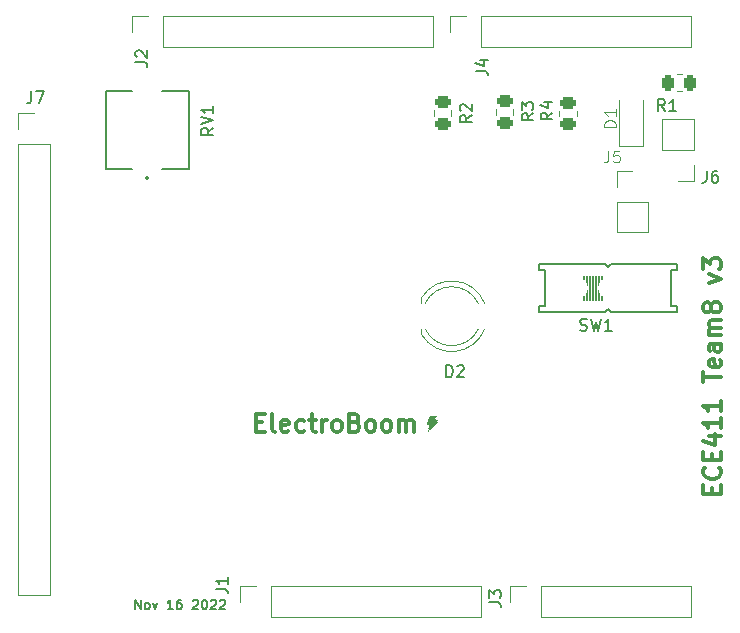
<source format=gbr>
%TF.GenerationSoftware,KiCad,Pcbnew,(6.0.8-1)-1*%
%TF.CreationDate,2022-11-16T22:41:15-08:00*%
%TF.ProjectId,osh-park-2-layer-kicad-5.99-drc-template,6f73682d-7061-4726-9b2d-322d6c617965,02*%
%TF.SameCoordinates,Original*%
%TF.FileFunction,Legend,Top*%
%TF.FilePolarity,Positive*%
%FSLAX46Y46*%
G04 Gerber Fmt 4.6, Leading zero omitted, Abs format (unit mm)*
G04 Created by KiCad (PCBNEW (6.0.8-1)-1) date 2022-11-16 22:41:15*
%MOMM*%
%LPD*%
G01*
G04 APERTURE LIST*
G04 Aperture macros list*
%AMRoundRect*
0 Rectangle with rounded corners*
0 $1 Rounding radius*
0 $2 $3 $4 $5 $6 $7 $8 $9 X,Y pos of 4 corners*
0 Add a 4 corners polygon primitive as box body*
4,1,4,$2,$3,$4,$5,$6,$7,$8,$9,$2,$3,0*
0 Add four circle primitives for the rounded corners*
1,1,$1+$1,$2,$3*
1,1,$1+$1,$4,$5*
1,1,$1+$1,$6,$7*
1,1,$1+$1,$8,$9*
0 Add four rect primitives between the rounded corners*
20,1,$1+$1,$2,$3,$4,$5,0*
20,1,$1+$1,$4,$5,$6,$7,0*
20,1,$1+$1,$6,$7,$8,$9,0*
20,1,$1+$1,$8,$9,$2,$3,0*%
G04 Aperture macros list end*
%ADD10C,0.200000*%
%ADD11C,0.300000*%
%ADD12C,0.150000*%
%ADD13C,0.100000*%
%ADD14C,0.120000*%
%ADD15C,0.127000*%
%ADD16RoundRect,0.250000X-0.450000X0.262500X-0.450000X-0.262500X0.450000X-0.262500X0.450000X0.262500X0*%
%ADD17R,1.222000X1.222000*%
%ADD18C,1.222000*%
%ADD19R,1.700000X1.700000*%
%ADD20O,1.700000X1.700000*%
%ADD21C,3.200000*%
%ADD22R,1.200000X0.900000*%
%ADD23RoundRect,0.250000X0.262500X0.450000X-0.262500X0.450000X-0.262500X-0.450000X0.262500X-0.450000X0*%
%ADD24R,1.800000X1.800000*%
%ADD25C,1.800000*%
%ADD26C,1.676400*%
G04 APERTURE END LIST*
D10*
X137672524Y-112260287D02*
X137672524Y-111460287D01*
X138129667Y-112260287D01*
X138129667Y-111460287D01*
X138624905Y-112260287D02*
X138548715Y-112222192D01*
X138510620Y-112184097D01*
X138472524Y-112107906D01*
X138472524Y-111879335D01*
X138510620Y-111803144D01*
X138548715Y-111765049D01*
X138624905Y-111726954D01*
X138739191Y-111726954D01*
X138815381Y-111765049D01*
X138853477Y-111803144D01*
X138891572Y-111879335D01*
X138891572Y-112107906D01*
X138853477Y-112184097D01*
X138815381Y-112222192D01*
X138739191Y-112260287D01*
X138624905Y-112260287D01*
X139158239Y-111726954D02*
X139348715Y-112260287D01*
X139539191Y-111726954D01*
X140872524Y-112260287D02*
X140415381Y-112260287D01*
X140643953Y-112260287D02*
X140643953Y-111460287D01*
X140567762Y-111574573D01*
X140491572Y-111650763D01*
X140415381Y-111688859D01*
X141558239Y-111460287D02*
X141405858Y-111460287D01*
X141329667Y-111498383D01*
X141291572Y-111536478D01*
X141215381Y-111650763D01*
X141177286Y-111803144D01*
X141177286Y-112107906D01*
X141215381Y-112184097D01*
X141253477Y-112222192D01*
X141329667Y-112260287D01*
X141482048Y-112260287D01*
X141558239Y-112222192D01*
X141596334Y-112184097D01*
X141634429Y-112107906D01*
X141634429Y-111917430D01*
X141596334Y-111841240D01*
X141558239Y-111803144D01*
X141482048Y-111765049D01*
X141329667Y-111765049D01*
X141253477Y-111803144D01*
X141215381Y-111841240D01*
X141177286Y-111917430D01*
X142548715Y-111536478D02*
X142586810Y-111498383D01*
X142663001Y-111460287D01*
X142853477Y-111460287D01*
X142929667Y-111498383D01*
X142967762Y-111536478D01*
X143005858Y-111612668D01*
X143005858Y-111688859D01*
X142967762Y-111803144D01*
X142510620Y-112260287D01*
X143005858Y-112260287D01*
X143501096Y-111460287D02*
X143577286Y-111460287D01*
X143653477Y-111498383D01*
X143691572Y-111536478D01*
X143729667Y-111612668D01*
X143767762Y-111765049D01*
X143767762Y-111955525D01*
X143729667Y-112107906D01*
X143691572Y-112184097D01*
X143653477Y-112222192D01*
X143577286Y-112260287D01*
X143501096Y-112260287D01*
X143424905Y-112222192D01*
X143386810Y-112184097D01*
X143348715Y-112107906D01*
X143310620Y-111955525D01*
X143310620Y-111765049D01*
X143348715Y-111612668D01*
X143386810Y-111536478D01*
X143424905Y-111498383D01*
X143501096Y-111460287D01*
X144072524Y-111536478D02*
X144110620Y-111498383D01*
X144186810Y-111460287D01*
X144377286Y-111460287D01*
X144453477Y-111498383D01*
X144491572Y-111536478D01*
X144529667Y-111612668D01*
X144529667Y-111688859D01*
X144491572Y-111803144D01*
X144034429Y-112260287D01*
X144529667Y-112260287D01*
X144834429Y-111536478D02*
X144872524Y-111498383D01*
X144948715Y-111460287D01*
X145139191Y-111460287D01*
X145215381Y-111498383D01*
X145253477Y-111536478D01*
X145291572Y-111612668D01*
X145291572Y-111688859D01*
X145253477Y-111803144D01*
X144796334Y-112260287D01*
X145291572Y-112260287D01*
D11*
X186504165Y-102482550D02*
X186504165Y-101982550D01*
X187289879Y-101768264D02*
X187289879Y-102482550D01*
X185789879Y-102482550D01*
X185789879Y-101768264D01*
X187147022Y-100268264D02*
X187218450Y-100339693D01*
X187289879Y-100553979D01*
X187289879Y-100696836D01*
X187218450Y-100911121D01*
X187075593Y-101053979D01*
X186932736Y-101125407D01*
X186647022Y-101196836D01*
X186432736Y-101196836D01*
X186147022Y-101125407D01*
X186004165Y-101053979D01*
X185861308Y-100911121D01*
X185789879Y-100696836D01*
X185789879Y-100553979D01*
X185861308Y-100339693D01*
X185932736Y-100268264D01*
X186504165Y-99625407D02*
X186504165Y-99125407D01*
X187289879Y-98911121D02*
X187289879Y-99625407D01*
X185789879Y-99625407D01*
X185789879Y-98911121D01*
X186289879Y-97625407D02*
X187289879Y-97625407D01*
X185718450Y-97982550D02*
X186789879Y-98339693D01*
X186789879Y-97411121D01*
X187289879Y-96053979D02*
X187289879Y-96911121D01*
X187289879Y-96482550D02*
X185789879Y-96482550D01*
X186004165Y-96625407D01*
X186147022Y-96768264D01*
X186218450Y-96911121D01*
X187289879Y-94625407D02*
X187289879Y-95482550D01*
X187289879Y-95053979D02*
X185789879Y-95053979D01*
X186004165Y-95196836D01*
X186147022Y-95339693D01*
X186218450Y-95482550D01*
X185789879Y-93053979D02*
X185789879Y-92196836D01*
X187289879Y-92625407D02*
X185789879Y-92625407D01*
X187218450Y-91125407D02*
X187289879Y-91268264D01*
X187289879Y-91553979D01*
X187218450Y-91696836D01*
X187075593Y-91768264D01*
X186504165Y-91768264D01*
X186361308Y-91696836D01*
X186289879Y-91553979D01*
X186289879Y-91268264D01*
X186361308Y-91125407D01*
X186504165Y-91053979D01*
X186647022Y-91053979D01*
X186789879Y-91768264D01*
X187289879Y-89768264D02*
X186504165Y-89768264D01*
X186361308Y-89839693D01*
X186289879Y-89982550D01*
X186289879Y-90268264D01*
X186361308Y-90411121D01*
X187218450Y-89768264D02*
X187289879Y-89911121D01*
X187289879Y-90268264D01*
X187218450Y-90411121D01*
X187075593Y-90482550D01*
X186932736Y-90482550D01*
X186789879Y-90411121D01*
X186718450Y-90268264D01*
X186718450Y-89911121D01*
X186647022Y-89768264D01*
X187289879Y-89053979D02*
X186289879Y-89053979D01*
X186432736Y-89053979D02*
X186361308Y-88982550D01*
X186289879Y-88839693D01*
X186289879Y-88625407D01*
X186361308Y-88482550D01*
X186504165Y-88411121D01*
X187289879Y-88411121D01*
X186504165Y-88411121D02*
X186361308Y-88339693D01*
X186289879Y-88196836D01*
X186289879Y-87982550D01*
X186361308Y-87839693D01*
X186504165Y-87768264D01*
X187289879Y-87768264D01*
X186432736Y-86839693D02*
X186361308Y-86982550D01*
X186289879Y-87053979D01*
X186147022Y-87125407D01*
X186075593Y-87125407D01*
X185932736Y-87053979D01*
X185861308Y-86982550D01*
X185789879Y-86839693D01*
X185789879Y-86553979D01*
X185861308Y-86411121D01*
X185932736Y-86339693D01*
X186075593Y-86268264D01*
X186147022Y-86268264D01*
X186289879Y-86339693D01*
X186361308Y-86411121D01*
X186432736Y-86553979D01*
X186432736Y-86839693D01*
X186504165Y-86982550D01*
X186575593Y-87053979D01*
X186718450Y-87125407D01*
X187004165Y-87125407D01*
X187147022Y-87053979D01*
X187218450Y-86982550D01*
X187289879Y-86839693D01*
X187289879Y-86553979D01*
X187218450Y-86411121D01*
X187147022Y-86339693D01*
X187004165Y-86268264D01*
X186718450Y-86268264D01*
X186575593Y-86339693D01*
X186504165Y-86411121D01*
X186432736Y-86553979D01*
X186289879Y-84625407D02*
X187289879Y-84268264D01*
X186289879Y-83911121D01*
X185789879Y-83482550D02*
X185789879Y-82553979D01*
X186361308Y-83053979D01*
X186361308Y-82839693D01*
X186432736Y-82696836D01*
X186504165Y-82625407D01*
X186647022Y-82553979D01*
X187004165Y-82553979D01*
X187147022Y-82625407D01*
X187218450Y-82696836D01*
X187289879Y-82839693D01*
X187289879Y-83268264D01*
X187218450Y-83411121D01*
X187147022Y-83482550D01*
X147933298Y-96434732D02*
X148433298Y-96434732D01*
X148647584Y-97220446D02*
X147933298Y-97220446D01*
X147933298Y-95720446D01*
X148647584Y-95720446D01*
X149504727Y-97220446D02*
X149361870Y-97149017D01*
X149290441Y-97006160D01*
X149290441Y-95720446D01*
X150647584Y-97149017D02*
X150504727Y-97220446D01*
X150219012Y-97220446D01*
X150076155Y-97149017D01*
X150004727Y-97006160D01*
X150004727Y-96434732D01*
X150076155Y-96291875D01*
X150219012Y-96220446D01*
X150504727Y-96220446D01*
X150647584Y-96291875D01*
X150719012Y-96434732D01*
X150719012Y-96577589D01*
X150004727Y-96720446D01*
X152004727Y-97149017D02*
X151861870Y-97220446D01*
X151576155Y-97220446D01*
X151433298Y-97149017D01*
X151361870Y-97077589D01*
X151290441Y-96934732D01*
X151290441Y-96506160D01*
X151361870Y-96363303D01*
X151433298Y-96291875D01*
X151576155Y-96220446D01*
X151861870Y-96220446D01*
X152004727Y-96291875D01*
X152433298Y-96220446D02*
X153004727Y-96220446D01*
X152647584Y-95720446D02*
X152647584Y-97006160D01*
X152719012Y-97149017D01*
X152861870Y-97220446D01*
X153004727Y-97220446D01*
X153504727Y-97220446D02*
X153504727Y-96220446D01*
X153504727Y-96506160D02*
X153576155Y-96363303D01*
X153647584Y-96291875D01*
X153790441Y-96220446D01*
X153933298Y-96220446D01*
X154647584Y-97220446D02*
X154504727Y-97149017D01*
X154433298Y-97077589D01*
X154361870Y-96934732D01*
X154361870Y-96506160D01*
X154433298Y-96363303D01*
X154504727Y-96291875D01*
X154647584Y-96220446D01*
X154861870Y-96220446D01*
X155004727Y-96291875D01*
X155076155Y-96363303D01*
X155147584Y-96506160D01*
X155147584Y-96934732D01*
X155076155Y-97077589D01*
X155004727Y-97149017D01*
X154861870Y-97220446D01*
X154647584Y-97220446D01*
X156290441Y-96434732D02*
X156504727Y-96506160D01*
X156576155Y-96577589D01*
X156647584Y-96720446D01*
X156647584Y-96934732D01*
X156576155Y-97077589D01*
X156504727Y-97149017D01*
X156361870Y-97220446D01*
X155790441Y-97220446D01*
X155790441Y-95720446D01*
X156290441Y-95720446D01*
X156433298Y-95791875D01*
X156504727Y-95863303D01*
X156576155Y-96006160D01*
X156576155Y-96149017D01*
X156504727Y-96291875D01*
X156433298Y-96363303D01*
X156290441Y-96434732D01*
X155790441Y-96434732D01*
X157504727Y-97220446D02*
X157361870Y-97149017D01*
X157290441Y-97077589D01*
X157219012Y-96934732D01*
X157219012Y-96506160D01*
X157290441Y-96363303D01*
X157361870Y-96291875D01*
X157504727Y-96220446D01*
X157719012Y-96220446D01*
X157861870Y-96291875D01*
X157933298Y-96363303D01*
X158004727Y-96506160D01*
X158004727Y-96934732D01*
X157933298Y-97077589D01*
X157861870Y-97149017D01*
X157719012Y-97220446D01*
X157504727Y-97220446D01*
X158861870Y-97220446D02*
X158719012Y-97149017D01*
X158647584Y-97077589D01*
X158576155Y-96934732D01*
X158576155Y-96506160D01*
X158647584Y-96363303D01*
X158719012Y-96291875D01*
X158861870Y-96220446D01*
X159076155Y-96220446D01*
X159219012Y-96291875D01*
X159290441Y-96363303D01*
X159361870Y-96506160D01*
X159361870Y-96934732D01*
X159290441Y-97077589D01*
X159219012Y-97149017D01*
X159076155Y-97220446D01*
X158861870Y-97220446D01*
X160004727Y-97220446D02*
X160004727Y-96220446D01*
X160004727Y-96363303D02*
X160076155Y-96291875D01*
X160219012Y-96220446D01*
X160433298Y-96220446D01*
X160576155Y-96291875D01*
X160647584Y-96434732D01*
X160647584Y-97220446D01*
X160647584Y-96434732D02*
X160719012Y-96291875D01*
X160861870Y-96220446D01*
X161076155Y-96220446D01*
X161219012Y-96291875D01*
X161290441Y-96434732D01*
X161290441Y-97220446D01*
D12*
%TO.C,R4*%
X172995254Y-70207354D02*
X172519064Y-70540688D01*
X172995254Y-70778783D02*
X171995254Y-70778783D01*
X171995254Y-70397830D01*
X172042874Y-70302592D01*
X172090493Y-70254973D01*
X172185731Y-70207354D01*
X172328588Y-70207354D01*
X172423826Y-70254973D01*
X172471445Y-70302592D01*
X172519064Y-70397830D01*
X172519064Y-70778783D01*
X172328588Y-69350211D02*
X172995254Y-69350211D01*
X171947635Y-69588307D02*
X172661921Y-69826402D01*
X172661921Y-69207354D01*
%TO.C,RV1*%
X144291424Y-71497010D02*
X143813921Y-71831262D01*
X144291424Y-72070014D02*
X143288668Y-72070014D01*
X143288668Y-71688011D01*
X143336419Y-71592511D01*
X143384169Y-71544760D01*
X143479669Y-71497010D01*
X143622920Y-71497010D01*
X143718421Y-71544760D01*
X143766171Y-71592511D01*
X143813921Y-71688011D01*
X143813921Y-72070014D01*
X143288668Y-71210508D02*
X144291424Y-70876256D01*
X143288668Y-70542004D01*
X144291424Y-69682499D02*
X144291424Y-70255503D01*
X144291424Y-69969001D02*
X143288668Y-69969001D01*
X143431919Y-70064502D01*
X143527420Y-70160002D01*
X143575170Y-70255503D01*
%TO.C,R3*%
X171392269Y-70280217D02*
X170916079Y-70613551D01*
X171392269Y-70851646D02*
X170392269Y-70851646D01*
X170392269Y-70470693D01*
X170439889Y-70375455D01*
X170487508Y-70327836D01*
X170582746Y-70280217D01*
X170725603Y-70280217D01*
X170820841Y-70327836D01*
X170868460Y-70375455D01*
X170916079Y-70470693D01*
X170916079Y-70851646D01*
X170392269Y-69946884D02*
X170392269Y-69327836D01*
X170773222Y-69661170D01*
X170773222Y-69518312D01*
X170820841Y-69423074D01*
X170868460Y-69375455D01*
X170963698Y-69327836D01*
X171201793Y-69327836D01*
X171297031Y-69375455D01*
X171344650Y-69423074D01*
X171392269Y-69518312D01*
X171392269Y-69804027D01*
X171344650Y-69899265D01*
X171297031Y-69946884D01*
%TO.C,J6*%
X186055671Y-75131318D02*
X186055671Y-75845604D01*
X186008052Y-75988461D01*
X185912814Y-76083699D01*
X185769957Y-76131318D01*
X185674719Y-76131318D01*
X186960433Y-75131318D02*
X186769957Y-75131318D01*
X186674719Y-75178938D01*
X186627100Y-75226557D01*
X186531862Y-75369414D01*
X186484243Y-75559890D01*
X186484243Y-75940842D01*
X186531862Y-76036080D01*
X186579481Y-76083699D01*
X186674719Y-76131318D01*
X186865195Y-76131318D01*
X186960433Y-76083699D01*
X187008052Y-76036080D01*
X187055671Y-75940842D01*
X187055671Y-75702747D01*
X187008052Y-75607509D01*
X186960433Y-75559890D01*
X186865195Y-75512271D01*
X186674719Y-75512271D01*
X186579481Y-75559890D01*
X186531862Y-75607509D01*
X186484243Y-75702747D01*
D13*
%TO.C,J5*%
X177722840Y-73427669D02*
X177722840Y-74141955D01*
X177675221Y-74284812D01*
X177579983Y-74380050D01*
X177437126Y-74427669D01*
X177341888Y-74427669D01*
X178675221Y-73427669D02*
X178199031Y-73427669D01*
X178151412Y-73903860D01*
X178199031Y-73856241D01*
X178294269Y-73808622D01*
X178532364Y-73808622D01*
X178627602Y-73856241D01*
X178675221Y-73903860D01*
X178722840Y-73999098D01*
X178722840Y-74237193D01*
X178675221Y-74332431D01*
X178627602Y-74380050D01*
X178532364Y-74427669D01*
X178294269Y-74427669D01*
X178199031Y-74380050D01*
X178151412Y-74332431D01*
D12*
%TO.C,J1*%
X144529359Y-110539046D02*
X145243645Y-110539046D01*
X145386502Y-110586665D01*
X145481740Y-110681903D01*
X145529359Y-110824760D01*
X145529359Y-110919998D01*
X145529359Y-109539046D02*
X145529359Y-110110474D01*
X145529359Y-109824760D02*
X144529359Y-109824760D01*
X144672217Y-109919998D01*
X144767455Y-110015236D01*
X144815074Y-110110474D01*
D13*
%TO.C,D1*%
X178387115Y-71434550D02*
X177387115Y-71434550D01*
X177387115Y-71196455D01*
X177434735Y-71053597D01*
X177529973Y-70958359D01*
X177625211Y-70910740D01*
X177815687Y-70863121D01*
X177958544Y-70863121D01*
X178149020Y-70910740D01*
X178244258Y-70958359D01*
X178339496Y-71053597D01*
X178387115Y-71196455D01*
X178387115Y-71434550D01*
X178387115Y-69910740D02*
X178387115Y-70482169D01*
X178387115Y-70196455D02*
X177387115Y-70196455D01*
X177529973Y-70291693D01*
X177625211Y-70386931D01*
X177672830Y-70482169D01*
D12*
%TO.C,J2*%
X137703149Y-65933039D02*
X138417435Y-65933039D01*
X138560292Y-65980658D01*
X138655530Y-66075896D01*
X138703149Y-66218753D01*
X138703149Y-66313991D01*
X137798388Y-65504467D02*
X137750769Y-65456848D01*
X137703149Y-65361610D01*
X137703149Y-65123515D01*
X137750769Y-65028277D01*
X137798388Y-64980658D01*
X137893626Y-64933039D01*
X137988864Y-64933039D01*
X138131721Y-64980658D01*
X138703149Y-65552086D01*
X138703149Y-64933039D01*
%TO.C,J4*%
X166514553Y-66679448D02*
X167228839Y-66679448D01*
X167371696Y-66727067D01*
X167466934Y-66822305D01*
X167514553Y-66965162D01*
X167514553Y-67060400D01*
X166847887Y-65774686D02*
X167514553Y-65774686D01*
X166466934Y-66012781D02*
X167181220Y-66250876D01*
X167181220Y-65631829D01*
%TO.C,R1*%
X182528450Y-70080178D02*
X182195117Y-69603988D01*
X181957021Y-70080178D02*
X181957021Y-69080178D01*
X182337974Y-69080178D01*
X182433212Y-69127798D01*
X182480831Y-69175417D01*
X182528450Y-69270655D01*
X182528450Y-69413512D01*
X182480831Y-69508750D01*
X182433212Y-69556369D01*
X182337974Y-69603988D01*
X181957021Y-69603988D01*
X183480831Y-70080178D02*
X182909402Y-70080178D01*
X183195117Y-70080178D02*
X183195117Y-69080178D01*
X183099878Y-69223036D01*
X183004640Y-69318274D01*
X182909402Y-69365893D01*
%TO.C,D2*%
X163997302Y-92601677D02*
X163997302Y-91601677D01*
X164235398Y-91601677D01*
X164378255Y-91649297D01*
X164473493Y-91744535D01*
X164521112Y-91839773D01*
X164568731Y-92030249D01*
X164568731Y-92173106D01*
X164521112Y-92363582D01*
X164473493Y-92458820D01*
X164378255Y-92554058D01*
X164235398Y-92601677D01*
X163997302Y-92601677D01*
X164949683Y-91696916D02*
X164997302Y-91649297D01*
X165092540Y-91601677D01*
X165330636Y-91601677D01*
X165425874Y-91649297D01*
X165473493Y-91696916D01*
X165521112Y-91792154D01*
X165521112Y-91887392D01*
X165473493Y-92030249D01*
X164902064Y-92601677D01*
X165521112Y-92601677D01*
%TO.C,R2*%
X166166406Y-70437231D02*
X165690216Y-70770565D01*
X166166406Y-71008660D02*
X165166406Y-71008660D01*
X165166406Y-70627707D01*
X165214026Y-70532469D01*
X165261645Y-70484850D01*
X165356883Y-70437231D01*
X165499740Y-70437231D01*
X165594978Y-70484850D01*
X165642597Y-70532469D01*
X165690216Y-70627707D01*
X165690216Y-71008660D01*
X165261645Y-70056279D02*
X165214026Y-70008660D01*
X165166406Y-69913422D01*
X165166406Y-69675326D01*
X165214026Y-69580088D01*
X165261645Y-69532469D01*
X165356883Y-69484850D01*
X165452121Y-69484850D01*
X165594978Y-69532469D01*
X166166406Y-70103898D01*
X166166406Y-69484850D01*
%TO.C,J3*%
X167654075Y-111667081D02*
X168368361Y-111667081D01*
X168511218Y-111714700D01*
X168606456Y-111809938D01*
X168654075Y-111952795D01*
X168654075Y-112048033D01*
X167654075Y-111286128D02*
X167654075Y-110667081D01*
X168035028Y-111000414D01*
X168035028Y-110857557D01*
X168082647Y-110762319D01*
X168130266Y-110714700D01*
X168225504Y-110667081D01*
X168463599Y-110667081D01*
X168558837Y-110714700D01*
X168606456Y-110762319D01*
X168654075Y-110857557D01*
X168654075Y-111143271D01*
X168606456Y-111238509D01*
X168558837Y-111286128D01*
%TO.C,J7*%
X128878941Y-68407209D02*
X128878941Y-69121495D01*
X128831322Y-69264352D01*
X128736084Y-69359590D01*
X128593227Y-69407209D01*
X128497989Y-69407209D01*
X129259894Y-68407209D02*
X129926560Y-68407209D01*
X129497989Y-69407209D01*
%TO.C,SW1*%
X175349199Y-88625240D02*
X175492056Y-88672859D01*
X175730152Y-88672859D01*
X175825390Y-88625240D01*
X175873009Y-88577621D01*
X175920628Y-88482383D01*
X175920628Y-88387145D01*
X175873009Y-88291907D01*
X175825390Y-88244288D01*
X175730152Y-88196669D01*
X175539675Y-88149050D01*
X175444437Y-88101431D01*
X175396818Y-88053812D01*
X175349199Y-87958574D01*
X175349199Y-87863336D01*
X175396818Y-87768098D01*
X175444437Y-87720479D01*
X175539675Y-87672859D01*
X175777771Y-87672859D01*
X175920628Y-87720479D01*
X176253961Y-87672859D02*
X176492056Y-88672859D01*
X176682533Y-87958574D01*
X176873009Y-88672859D01*
X177111104Y-87672859D01*
X178015866Y-88672859D02*
X177444437Y-88672859D01*
X177730152Y-88672859D02*
X177730152Y-87672859D01*
X177634913Y-87815717D01*
X177539675Y-87910955D01*
X177444437Y-87958574D01*
D14*
%TO.C,R4*%
X175062170Y-70045417D02*
X175062170Y-70499545D01*
X173592170Y-70045417D02*
X173592170Y-70499545D01*
D15*
%TO.C,RV1*%
X135218281Y-68383478D02*
X137383281Y-68383478D01*
X142218281Y-68383478D02*
X142218281Y-74983478D01*
X135218281Y-74983478D02*
X135218281Y-68383478D01*
X139923281Y-68383478D02*
X142208281Y-68383478D01*
X142208281Y-74983478D02*
X139923281Y-74983478D01*
X137383281Y-74983478D02*
X135218281Y-74983478D01*
D10*
X138788281Y-75747478D02*
G75*
G03*
X138788281Y-75747478I-100000J0D01*
G01*
D14*
%TO.C,R3*%
X169695138Y-69926150D02*
X169695138Y-70380278D01*
X168225138Y-69926150D02*
X168225138Y-70380278D01*
%TO.C,J6*%
X184960604Y-75974607D02*
X183630604Y-75974607D01*
X182300604Y-73374607D02*
X182300604Y-70774607D01*
X184960604Y-70774607D02*
X182300604Y-70774607D01*
X184960604Y-73374607D02*
X182300604Y-73374607D01*
X184960604Y-73374607D02*
X184960604Y-70774607D01*
X184960604Y-74644607D02*
X184960604Y-75974607D01*
%TO.C,G\u002A\u002A\u002A*%
G36*
X162358607Y-96536994D02*
G01*
X162363101Y-96519356D01*
X162370343Y-96497137D01*
X162380615Y-96469398D01*
X162394199Y-96435202D01*
X162411378Y-96393612D01*
X162432435Y-96343690D01*
X162457651Y-96284498D01*
X162463079Y-96271789D01*
X162485363Y-96219594D01*
X162507018Y-96168803D01*
X162527486Y-96120729D01*
X162546209Y-96076686D01*
X162562628Y-96037987D01*
X162576186Y-96005946D01*
X162586325Y-95981878D01*
X162591862Y-95968610D01*
X162608495Y-95932015D01*
X162624585Y-95905207D01*
X162641428Y-95886803D01*
X162660319Y-95875418D01*
X162682553Y-95869670D01*
X162684705Y-95869388D01*
X162697409Y-95868572D01*
X162719956Y-95867911D01*
X162750868Y-95867419D01*
X162788667Y-95867108D01*
X162831874Y-95866989D01*
X162879013Y-95867074D01*
X162928605Y-95867375D01*
X162930949Y-95867395D01*
X162989773Y-95867917D01*
X163038354Y-95868525D01*
X163077768Y-95869407D01*
X163109095Y-95870753D01*
X163133411Y-95872749D01*
X163151795Y-95875586D01*
X163165324Y-95879450D01*
X163175076Y-95884530D01*
X163182128Y-95891015D01*
X163187559Y-95899092D01*
X163192445Y-95908951D01*
X163194497Y-95913453D01*
X163199793Y-95925630D01*
X163203446Y-95936608D01*
X163205113Y-95947724D01*
X163204452Y-95960314D01*
X163201119Y-95975714D01*
X163194771Y-95995261D01*
X163185066Y-96020290D01*
X163171659Y-96052139D01*
X163154208Y-96092142D01*
X163140828Y-96122484D01*
X163126408Y-96155439D01*
X163113692Y-96185075D01*
X163103354Y-96209768D01*
X163096072Y-96227898D01*
X163092520Y-96237840D01*
X163092282Y-96239035D01*
X163096353Y-96242075D01*
X163109145Y-96244136D01*
X163131531Y-96245300D01*
X163162763Y-96245650D01*
X163193064Y-96246156D01*
X163222173Y-96247530D01*
X163246612Y-96249557D01*
X163261870Y-96251789D01*
X163291765Y-96263095D01*
X163313449Y-96281797D01*
X163326189Y-96306791D01*
X163329251Y-96336970D01*
X163327524Y-96350665D01*
X163325726Y-96357651D01*
X163322451Y-96365393D01*
X163316991Y-96374779D01*
X163308638Y-96386697D01*
X163296686Y-96402034D01*
X163280425Y-96421678D01*
X163259150Y-96446516D01*
X163232152Y-96477437D01*
X163198723Y-96515328D01*
X163174341Y-96542842D01*
X163152459Y-96567511D01*
X163124311Y-96599250D01*
X163091140Y-96636658D01*
X163054189Y-96678331D01*
X163014702Y-96722867D01*
X162973922Y-96768864D01*
X162933093Y-96814920D01*
X162905812Y-96845694D01*
X162850115Y-96908516D01*
X162801413Y-96963413D01*
X162759201Y-97010943D01*
X162722972Y-97051660D01*
X162692219Y-97086121D01*
X162666436Y-97114880D01*
X162645117Y-97138493D01*
X162627755Y-97157515D01*
X162613843Y-97172503D01*
X162602876Y-97184012D01*
X162594346Y-97192597D01*
X162587747Y-97198814D01*
X162582574Y-97203218D01*
X162578319Y-97206365D01*
X162575163Y-97208394D01*
X162552390Y-97216816D01*
X162524923Y-97219122D01*
X162497617Y-97215285D01*
X162481265Y-97208963D01*
X162460332Y-97191571D01*
X162446686Y-97166666D01*
X162441331Y-97136154D01*
X162441290Y-97133078D01*
X162442988Y-97119503D01*
X162448018Y-97095499D01*
X162456290Y-97061424D01*
X162467711Y-97017640D01*
X162482188Y-96964507D01*
X162499629Y-96902385D01*
X162506389Y-96878681D01*
X162520349Y-96829684D01*
X162533284Y-96783851D01*
X162544866Y-96742372D01*
X162554770Y-96706436D01*
X162562667Y-96677236D01*
X162568231Y-96655962D01*
X162571135Y-96643804D01*
X162571489Y-96641560D01*
X162570347Y-96637629D01*
X162565782Y-96634791D01*
X162556088Y-96632784D01*
X162539558Y-96631344D01*
X162514484Y-96630206D01*
X162493653Y-96629529D01*
X162455219Y-96627800D01*
X162426221Y-96624847D01*
X162404791Y-96620073D01*
X162389061Y-96612884D01*
X162377163Y-96602682D01*
X162367471Y-96589268D01*
X162362461Y-96580477D01*
X162358788Y-96571791D01*
X162356732Y-96562273D01*
X162356579Y-96551030D01*
X162396004Y-96551030D01*
X162399427Y-96562815D01*
X162406816Y-96574764D01*
X162410937Y-96579397D01*
X162415832Y-96582846D01*
X162423146Y-96585323D01*
X162434525Y-96587036D01*
X162451615Y-96588197D01*
X162476062Y-96589015D01*
X162509512Y-96589700D01*
X162526127Y-96589990D01*
X162565478Y-96590837D01*
X162594609Y-96591900D01*
X162614624Y-96593271D01*
X162626624Y-96595044D01*
X162631710Y-96597309D01*
X162631944Y-96598840D01*
X162629641Y-96606277D01*
X162624832Y-96622802D01*
X162618038Y-96646593D01*
X162609778Y-96675828D01*
X162600574Y-96708685D01*
X162600153Y-96710194D01*
X162590452Y-96744784D01*
X162578408Y-96787432D01*
X162564822Y-96835319D01*
X162550495Y-96885626D01*
X162536227Y-96935536D01*
X162525219Y-96973891D01*
X162510130Y-97027157D01*
X162498471Y-97070166D01*
X162490120Y-97103411D01*
X162484959Y-97127385D01*
X162482870Y-97142582D01*
X162483137Y-97148136D01*
X162490389Y-97160395D01*
X162503756Y-97172973D01*
X162518891Y-97182393D01*
X162529611Y-97185321D01*
X162537937Y-97182243D01*
X162550565Y-97174613D01*
X162553413Y-97172605D01*
X162560903Y-97165655D01*
X162574932Y-97151145D01*
X162594607Y-97130056D01*
X162619032Y-97103367D01*
X162647314Y-97072059D01*
X162678558Y-97037112D01*
X162711871Y-96999505D01*
X162725182Y-96984384D01*
X162764262Y-96939956D01*
X162806021Y-96892565D01*
X162848723Y-96844172D01*
X162890634Y-96796743D01*
X162930020Y-96752238D01*
X162965146Y-96712622D01*
X162990267Y-96684361D01*
X163024808Y-96645564D01*
X163062645Y-96603060D01*
X163101474Y-96559439D01*
X163138988Y-96517292D01*
X163172882Y-96479209D01*
X163193092Y-96456499D01*
X163224534Y-96420633D01*
X163250307Y-96390116D01*
X163269866Y-96365632D01*
X163282666Y-96347866D01*
X163288161Y-96337502D01*
X163288247Y-96337131D01*
X163287832Y-96321451D01*
X163278560Y-96306263D01*
X163278196Y-96305842D01*
X163264936Y-96290597D01*
X163144682Y-96289351D01*
X163102375Y-96288654D01*
X163068442Y-96287547D01*
X163043640Y-96286075D01*
X163028728Y-96284281D01*
X163024390Y-96282464D01*
X163026594Y-96276040D01*
X163032846Y-96260613D01*
X163042577Y-96237516D01*
X163055218Y-96208083D01*
X163070198Y-96173646D01*
X163086949Y-96135539D01*
X163092282Y-96123482D01*
X163113750Y-96074689D01*
X163130731Y-96035047D01*
X163143513Y-96003441D01*
X163152384Y-95978753D01*
X163157631Y-95959870D01*
X163159541Y-95945675D01*
X163158403Y-95935053D01*
X163154502Y-95926888D01*
X163148127Y-95920066D01*
X163145296Y-95917734D01*
X163141227Y-95914794D01*
X163136485Y-95912390D01*
X163129965Y-95910470D01*
X163120559Y-95908979D01*
X163107159Y-95907862D01*
X163088658Y-95907067D01*
X163063950Y-95906537D01*
X163031926Y-95906220D01*
X162991481Y-95906062D01*
X162941505Y-95906007D01*
X162905339Y-95906002D01*
X162848585Y-95906034D01*
X162802071Y-95906163D01*
X162764716Y-95906432D01*
X162735438Y-95906887D01*
X162713155Y-95907574D01*
X162696788Y-95908537D01*
X162685253Y-95909823D01*
X162677470Y-95911477D01*
X162672357Y-95913543D01*
X162669012Y-95915908D01*
X162663684Y-95923796D01*
X162654839Y-95940572D01*
X162643233Y-95964640D01*
X162629622Y-95994401D01*
X162614762Y-96028261D01*
X162605362Y-96050352D01*
X162589692Y-96087498D01*
X162570617Y-96132519D01*
X162549211Y-96182892D01*
X162526547Y-96236093D01*
X162503701Y-96289599D01*
X162481746Y-96340887D01*
X162474501Y-96357775D01*
X162456187Y-96400731D01*
X162439388Y-96440684D01*
X162424617Y-96476375D01*
X162412386Y-96506542D01*
X162403206Y-96529923D01*
X162397591Y-96545258D01*
X162396004Y-96551030D01*
X162356579Y-96551030D01*
X162356578Y-96550987D01*
X162358607Y-96536994D01*
G37*
G36*
X163146553Y-95931434D02*
G01*
X163152769Y-95947847D01*
X163152465Y-95958830D01*
X163149388Y-95967242D01*
X163142305Y-95984583D01*
X163131818Y-96009441D01*
X163118530Y-96040405D01*
X163103045Y-96076062D01*
X163085965Y-96115000D01*
X163080545Y-96127280D01*
X163063178Y-96166586D01*
X163047235Y-96202701D01*
X163033309Y-96234280D01*
X163021992Y-96259980D01*
X163013875Y-96278455D01*
X163009551Y-96288363D01*
X163009059Y-96289521D01*
X163010428Y-96291927D01*
X163017494Y-96293756D01*
X163031357Y-96295073D01*
X163053115Y-96295943D01*
X163083869Y-96296429D01*
X163124717Y-96296595D01*
X163130042Y-96296597D01*
X163172086Y-96296718D01*
X163204276Y-96297145D01*
X163228076Y-96297971D01*
X163244952Y-96299292D01*
X163256370Y-96301203D01*
X163263794Y-96303797D01*
X163266507Y-96305409D01*
X163271620Y-96309065D01*
X163275720Y-96312718D01*
X163278391Y-96316912D01*
X163279216Y-96322190D01*
X163277778Y-96329097D01*
X163273662Y-96338176D01*
X163266450Y-96349972D01*
X163255726Y-96365027D01*
X163241073Y-96383886D01*
X163222075Y-96407093D01*
X163198316Y-96435191D01*
X163169378Y-96468725D01*
X163134846Y-96508237D01*
X163094302Y-96554273D01*
X163047331Y-96607375D01*
X162993515Y-96668088D01*
X162958386Y-96707697D01*
X162908669Y-96763737D01*
X162860177Y-96818360D01*
X162813567Y-96870829D01*
X162769498Y-96920405D01*
X162728625Y-96966350D01*
X162691607Y-97007926D01*
X162659100Y-97044395D01*
X162631762Y-97075018D01*
X162610250Y-97099056D01*
X162595221Y-97115773D01*
X162589884Y-97121658D01*
X162566764Y-97146187D01*
X162549095Y-97162523D01*
X162535359Y-97171394D01*
X162524034Y-97173527D01*
X162513602Y-97169651D01*
X162504626Y-97162478D01*
X162495505Y-97149540D01*
X162492237Y-97137277D01*
X162493756Y-97129186D01*
X162498107Y-97111354D01*
X162504982Y-97084920D01*
X162514074Y-97051019D01*
X162525073Y-97010788D01*
X162537673Y-96965366D01*
X162551566Y-96915888D01*
X162565386Y-96867194D01*
X162580303Y-96814862D01*
X162594362Y-96765462D01*
X162607238Y-96720142D01*
X162618605Y-96680052D01*
X162628138Y-96646342D01*
X162635511Y-96620161D01*
X162640398Y-96602658D01*
X162642421Y-96595204D01*
X162646306Y-96579637D01*
X162536184Y-96579637D01*
X162497863Y-96579549D01*
X162469262Y-96579195D01*
X162448781Y-96578434D01*
X162434821Y-96577129D01*
X162425780Y-96575141D01*
X162420060Y-96572332D01*
X162416694Y-96569285D01*
X162409308Y-96557353D01*
X162407325Y-96549178D01*
X162409499Y-96542087D01*
X162415700Y-96525802D01*
X162425453Y-96501437D01*
X162438282Y-96470108D01*
X162453711Y-96432928D01*
X162471261Y-96391011D01*
X162490458Y-96345473D01*
X162510825Y-96297426D01*
X162531885Y-96247986D01*
X162553162Y-96198267D01*
X162574180Y-96149383D01*
X162594461Y-96102448D01*
X162613530Y-96058577D01*
X162630911Y-96018883D01*
X162646125Y-95984482D01*
X162658699Y-95956487D01*
X162668154Y-95936013D01*
X162674014Y-95924174D01*
X162675639Y-95921656D01*
X162682494Y-95920746D01*
X162699431Y-95919901D01*
X162725212Y-95919143D01*
X162758597Y-95918494D01*
X162798349Y-95917978D01*
X162843227Y-95917615D01*
X162891994Y-95917429D01*
X162909591Y-95917410D01*
X163137307Y-95917323D01*
X163146553Y-95931434D01*
G37*
%TO.C,J5*%
X178443182Y-77745507D02*
X181103182Y-77745507D01*
X178443182Y-75145507D02*
X179773182Y-75145507D01*
X181103182Y-77745507D02*
X181103182Y-80345507D01*
X178443182Y-77745507D02*
X178443182Y-80345507D01*
X178443182Y-76475507D02*
X178443182Y-75145507D01*
X178443182Y-80345507D02*
X181103182Y-80345507D01*
%TO.C,J1*%
X146536658Y-111601644D02*
X146536658Y-110271644D01*
X149136658Y-112931644D02*
X166976658Y-112931644D01*
X166976658Y-112931644D02*
X166976658Y-110271644D01*
X149136658Y-110271644D02*
X166976658Y-110271644D01*
X146536658Y-110271644D02*
X147866658Y-110271644D01*
X149136658Y-112931644D02*
X149136658Y-110271644D01*
%TO.C,D1*%
X178644968Y-73025627D02*
X180644968Y-73025627D01*
X178644968Y-73025627D02*
X178644968Y-69125627D01*
X180644968Y-73025627D02*
X180644968Y-69125627D01*
%TO.C,J2*%
X139992658Y-62011644D02*
X162912658Y-62011644D01*
X162912658Y-64671644D02*
X162912658Y-62011644D01*
X139992658Y-64671644D02*
X162912658Y-64671644D01*
X137392658Y-62011644D02*
X138722658Y-62011644D01*
X139992658Y-64671644D02*
X139992658Y-62011644D01*
X137392658Y-63341644D02*
X137392658Y-62011644D01*
%TO.C,J4*%
X166916658Y-64671644D02*
X166916658Y-62011644D01*
X184756658Y-64671644D02*
X184756658Y-62011644D01*
X164316658Y-62011644D02*
X165646658Y-62011644D01*
X166916658Y-64671644D02*
X184756658Y-64671644D01*
X164316658Y-63341644D02*
X164316658Y-62011644D01*
X166916658Y-62011644D02*
X184756658Y-62011644D01*
%TO.C,R1*%
X183969261Y-68417633D02*
X183515133Y-68417633D01*
X183969261Y-66947633D02*
X183515133Y-66947633D01*
%TO.C,D2*%
X161916942Y-85901985D02*
X161916942Y-86366985D01*
X161916942Y-88526985D02*
X161916942Y-88991985D01*
X167264757Y-86366158D02*
G75*
G03*
X161916942Y-85902155I-2787815J-1080827D01*
G01*
X161916942Y-88991815D02*
G75*
G03*
X167264757Y-88527812I2560000J1544830D01*
G01*
X166731421Y-86366556D02*
G75*
G03*
X162222258Y-86366985I-2254479J-1080429D01*
G01*
X162222258Y-88526985D02*
G75*
G03*
X166731421Y-88527414I2254684J1080000D01*
G01*
%TO.C,R2*%
X164447372Y-70003778D02*
X164447372Y-70457906D01*
X162977372Y-70003778D02*
X162977372Y-70457906D01*
%TO.C,J3*%
X171996658Y-112931644D02*
X171996658Y-110271644D01*
X171996658Y-112931644D02*
X184756658Y-112931644D01*
X169396658Y-111601644D02*
X169396658Y-110271644D01*
X171996658Y-110271644D02*
X184756658Y-110271644D01*
X169396658Y-110271644D02*
X170726658Y-110271644D01*
X184756658Y-112931644D02*
X184756658Y-110271644D01*
%TO.C,J7*%
X130446243Y-72857024D02*
X130446243Y-111017024D01*
X127786243Y-70257024D02*
X129116243Y-70257024D01*
X127786243Y-72857024D02*
X130446243Y-72857024D01*
X127786243Y-71587024D02*
X127786243Y-70257024D01*
X127786243Y-111017024D02*
X130446243Y-111017024D01*
X127786243Y-72857024D02*
X127786243Y-111017024D01*
D15*
%TO.C,SW1*%
X172348885Y-86557657D02*
X172348885Y-83509657D01*
X175650885Y-84017657D02*
X175650885Y-86049657D01*
X177936885Y-87065657D02*
X177682885Y-86811657D01*
X183016885Y-86557657D02*
X183524885Y-86557657D01*
X177682885Y-83255657D02*
X177936885Y-83001657D01*
X183524885Y-83001657D02*
X183524885Y-83509657D01*
X177936885Y-83001657D02*
X183524885Y-83001657D01*
X172348885Y-83509657D02*
X171840885Y-83509657D01*
X176412885Y-86049657D02*
X176412885Y-84017657D01*
X183524885Y-83509657D02*
X183016885Y-83509657D01*
X176920885Y-86049657D02*
X176920885Y-84017657D01*
X183016885Y-83509657D02*
X183016885Y-86557657D01*
X183524885Y-86557657D02*
X183524885Y-87065657D01*
X171840885Y-83509657D02*
X171840885Y-83001657D01*
X176158885Y-84017657D02*
X176158885Y-86049657D01*
X175904885Y-86049657D02*
X175904885Y-84017657D01*
X183524885Y-87065657D02*
X177936885Y-87065657D01*
X177682885Y-86811657D02*
X177428885Y-87065657D01*
X177174885Y-84017657D02*
X177174885Y-86049657D01*
X176666885Y-84017657D02*
X176666885Y-86049657D01*
X171840885Y-86557657D02*
X172348885Y-86557657D01*
X171840885Y-83001657D02*
X177428885Y-83001657D01*
X171840885Y-87065657D02*
X171840885Y-86557657D01*
X177428885Y-87065657D02*
X171840885Y-87065657D01*
X177428885Y-83001657D02*
X177682885Y-83255657D01*
%TD*%
%LPC*%
D16*
%TO.C,R4*%
X174327170Y-69359981D03*
X174327170Y-71184981D03*
%TD*%
D17*
%TO.C,RV1*%
X138688281Y-74223478D03*
D18*
X136148281Y-71683478D03*
X138688281Y-69143478D03*
%TD*%
D16*
%TO.C,R3*%
X168960138Y-69240714D03*
X168960138Y-71065714D03*
%TD*%
D19*
%TO.C,J6*%
X183630604Y-74644607D03*
D20*
X183630604Y-72104607D03*
%TD*%
D19*
%TO.C,J5*%
X179773182Y-76475507D03*
D20*
X179773182Y-79015507D03*
%TD*%
D21*
%TO.C,MH3*%
X185966658Y-78581644D03*
%TD*%
D19*
%TO.C,J1*%
X147866658Y-111601644D03*
D20*
X150406658Y-111601644D03*
X152946658Y-111601644D03*
X155486658Y-111601644D03*
X158026658Y-111601644D03*
X160566658Y-111601644D03*
X163106658Y-111601644D03*
X165646658Y-111601644D03*
%TD*%
D22*
%TO.C,D1*%
X179644968Y-72425627D03*
X179644968Y-69125627D03*
%TD*%
D19*
%TO.C,J2*%
X138722658Y-63341644D03*
D20*
X141262658Y-63341644D03*
X143802658Y-63341644D03*
X146342658Y-63341644D03*
X148882658Y-63341644D03*
X151422658Y-63341644D03*
X153962658Y-63341644D03*
X156502658Y-63341644D03*
X159042658Y-63341644D03*
X161582658Y-63341644D03*
%TD*%
D21*
%TO.C,MH2*%
X133896658Y-111601644D03*
%TD*%
D19*
%TO.C,J4*%
X165646658Y-63341644D03*
D20*
X168186658Y-63341644D03*
X170726658Y-63341644D03*
X173266658Y-63341644D03*
X175806658Y-63341644D03*
X178346658Y-63341644D03*
X180886658Y-63341644D03*
X183426658Y-63341644D03*
%TD*%
D23*
%TO.C,R1*%
X184654697Y-67682633D03*
X182829697Y-67682633D03*
%TD*%
D24*
%TO.C,D2*%
X161238442Y-87446985D03*
D25*
X163397442Y-87446985D03*
X165556442Y-87446985D03*
X167715442Y-87446985D03*
%TD*%
D16*
%TO.C,R2*%
X163712372Y-69318342D03*
X163712372Y-71143342D03*
%TD*%
D19*
%TO.C,J3*%
X170726658Y-111601644D03*
D20*
X173266658Y-111601644D03*
X175806658Y-111601644D03*
X178346658Y-111601644D03*
X180886658Y-111601644D03*
X183426658Y-111601644D03*
%TD*%
D19*
%TO.C,J7*%
X129116243Y-71587024D03*
D20*
X129116243Y-74127024D03*
X129116243Y-76667024D03*
X129116243Y-79207024D03*
X129116243Y-81747024D03*
X129116243Y-84287024D03*
X129116243Y-86827024D03*
X129116243Y-89367024D03*
X129116243Y-91907024D03*
X129116243Y-94447024D03*
X129116243Y-96987024D03*
X129116243Y-99527024D03*
X129116243Y-102067024D03*
X129116243Y-104607024D03*
X129116243Y-107147024D03*
X129116243Y-109687024D03*
%TD*%
D21*
%TO.C,MH4*%
X185966658Y-106521644D03*
%TD*%
%TO.C,MH1*%
X135166658Y-63341644D03*
%TD*%
D26*
%TO.C,SW1*%
X175142885Y-85033657D03*
X177682885Y-85033657D03*
X180222885Y-85033657D03*
%TD*%
M02*

</source>
